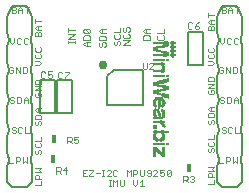
<source format=gto>
G75*
%MOIN*%
%OFA0B0*%
%FSLAX24Y24*%
%IPPOS*%
%LPD*%
%AMOC8*
5,1,8,0,0,1.08239X$1,22.5*
%
%ADD10C,0.0040*%
%ADD11C,0.0020*%
%ADD12C,0.0080*%
%ADD13R,0.0007X0.0042*%
%ADD14R,0.0007X0.0035*%
%ADD15R,0.0007X0.0028*%
%ADD16R,0.0007X0.0099*%
%ADD17R,0.0007X0.0106*%
%ADD18R,0.0007X0.0092*%
%ADD19R,0.0007X0.0120*%
%ADD20R,0.0007X0.0113*%
%ADD21R,0.0007X0.0085*%
%ADD22R,0.0007X0.0333*%
%ADD23R,0.0007X0.0099*%
%ADD24R,0.0007X0.0106*%
%ADD25R,0.0007X0.0092*%
%ADD26R,0.0007X0.0163*%
%ADD27R,0.0007X0.0149*%
%ADD28R,0.0007X0.0092*%
%ADD29R,0.0007X0.0127*%
%ADD30R,0.0007X0.0333*%
%ADD31R,0.0007X0.0099*%
%ADD32R,0.0007X0.0106*%
%ADD33R,0.0007X0.0092*%
%ADD34R,0.0007X0.0113*%
%ADD35R,0.0007X0.0191*%
%ADD36R,0.0007X0.0177*%
%ADD37R,0.0007X0.0092*%
%ADD38R,0.0007X0.0149*%
%ADD39R,0.0007X0.0333*%
%ADD40R,0.0007X0.0120*%
%ADD41R,0.0007X0.0212*%
%ADD42R,0.0007X0.0191*%
%ADD43R,0.0007X0.0092*%
%ADD44R,0.0007X0.0177*%
%ADD45R,0.0007X0.0120*%
%ADD46R,0.0007X0.0234*%
%ADD47R,0.0007X0.0205*%
%ADD48R,0.0007X0.0099*%
%ADD49R,0.0007X0.0120*%
%ADD50R,0.0007X0.0092*%
%ADD51R,0.0007X0.0113*%
%ADD52R,0.0007X0.0120*%
%ADD53R,0.0007X0.0255*%
%ADD54R,0.0007X0.0220*%
%ADD55R,0.0007X0.0092*%
%ADD56R,0.0007X0.0106*%
%ADD57R,0.0007X0.0198*%
%ADD58R,0.0007X0.0333*%
%ADD59R,0.0007X0.0135*%
%ADD60R,0.0007X0.0127*%
%ADD61R,0.0007X0.0269*%
%ADD62R,0.0007X0.0326*%
%ADD63R,0.0007X0.0212*%
%ADD64R,0.0007X0.0135*%
%ADD65R,0.0007X0.0127*%
%ADD66R,0.0007X0.0127*%
%ADD67R,0.0007X0.0283*%
%ADD68R,0.0007X0.0333*%
%ADD69R,0.0007X0.0227*%
%ADD70R,0.0007X0.0135*%
%ADD71R,0.0007X0.0127*%
%ADD72R,0.0007X0.0290*%
%ADD73R,0.0007X0.0333*%
%ADD74R,0.0007X0.0135*%
%ADD75R,0.0007X0.0297*%
%ADD76R,0.0007X0.0340*%
%ADD77R,0.0007X0.0149*%
%ADD78R,0.0007X0.0135*%
%ADD79R,0.0007X0.0142*%
%ADD80R,0.0007X0.0312*%
%ADD81R,0.0007X0.0156*%
%ADD82R,0.0007X0.0340*%
%ADD83R,0.0007X0.0142*%
%ADD84R,0.0007X0.0120*%
%ADD85R,0.0007X0.0142*%
%ADD86R,0.0007X0.0326*%
%ADD87R,0.0007X0.0149*%
%ADD88R,0.0007X0.0142*%
%ADD89R,0.0007X0.0106*%
%ADD90R,0.0007X0.0127*%
%ADD91R,0.0007X0.0135*%
%ADD92R,0.0007X0.0113*%
%ADD93R,0.0007X0.0163*%
%ADD94R,0.0007X0.0163*%
%ADD95R,0.0007X0.0156*%
%ADD96R,0.0007X0.0113*%
%ADD97R,0.0007X0.0120*%
%ADD98R,0.0007X0.0163*%
%ADD99R,0.0007X0.0163*%
%ADD100R,0.0007X0.0085*%
%ADD101R,0.0007X0.0170*%
%ADD102R,0.0007X0.0177*%
%ADD103R,0.0007X0.0085*%
%ADD104R,0.0007X0.0078*%
%ADD105R,0.0007X0.0177*%
%ADD106R,0.0007X0.0106*%
%ADD107R,0.0007X0.0113*%
%ADD108R,0.0007X0.0085*%
%ADD109R,0.0007X0.0177*%
%ADD110R,0.0007X0.0085*%
%ADD111R,0.0007X0.0177*%
%ADD112R,0.0007X0.0177*%
%ADD113R,0.0007X0.0099*%
%ADD114R,0.0007X0.0184*%
%ADD115R,0.0007X0.0099*%
%ADD116R,0.0007X0.0368*%
%ADD117R,0.0007X0.0191*%
%ADD118R,0.0007X0.0368*%
%ADD119R,0.0007X0.0163*%
%ADD120R,0.0007X0.0184*%
%ADD121R,0.0007X0.0368*%
%ADD122R,0.0007X0.0290*%
%ADD123R,0.0007X0.0113*%
%ADD124R,0.0007X0.0085*%
%ADD125R,0.0007X0.0368*%
%ADD126R,0.0007X0.0276*%
%ADD127R,0.0007X0.0361*%
%ADD128R,0.0007X0.0255*%
%ADD129R,0.0007X0.0085*%
%ADD130R,0.0007X0.0361*%
%ADD131R,0.0007X0.0220*%
%ADD132R,0.0007X0.0361*%
%ADD133R,0.0007X0.0099*%
%ADD134R,0.0007X0.0106*%
%ADD135R,0.0007X0.0106*%
%ADD136R,0.0007X0.0120*%
%ADD137R,0.0007X0.0219*%
%ADD138R,0.0007X0.0142*%
%ADD139R,0.0007X0.0219*%
%ADD140R,0.0007X0.0312*%
%ADD141R,0.0007X0.0219*%
%ADD142R,0.0007X0.0347*%
%ADD143R,0.0007X0.0312*%
%ADD144R,0.0007X0.0304*%
%ADD145R,0.0007X0.0340*%
%ADD146R,0.0007X0.0312*%
%ADD147R,0.0007X0.0234*%
%ADD148R,0.0007X0.0297*%
%ADD149R,0.0007X0.0219*%
%ADD150R,0.0007X0.0312*%
%ADD151R,0.0007X0.0227*%
%ADD152R,0.0007X0.0283*%
%ADD153R,0.0007X0.0290*%
%ADD154R,0.0007X0.0269*%
%ADD155R,0.0007X0.0205*%
%ADD156R,0.0007X0.0184*%
%ADD157R,0.0007X0.0255*%
%ADD158R,0.0007X0.0198*%
%ADD159R,0.0007X0.0191*%
%ADD160R,0.0007X0.0184*%
%ADD161R,0.0007X0.0241*%
%ADD162R,0.0007X0.0255*%
%ADD163R,0.0007X0.0191*%
%ADD164R,0.0007X0.0198*%
%ADD165R,0.0007X0.0184*%
%ADD166R,0.0007X0.0234*%
%ADD167R,0.0007X0.0212*%
%ADD168R,0.0007X0.0184*%
%ADD169R,0.0007X0.0170*%
%ADD170R,0.0007X0.0170*%
%ADD171R,0.0007X0.0156*%
%ADD172R,0.0007X0.0035*%
%ADD173R,0.0007X0.0170*%
%ADD174R,0.0007X0.0042*%
%ADD175R,0.0007X0.0064*%
%ADD176R,0.0007X0.0028*%
%ADD177R,0.0007X0.0035*%
%ADD178R,0.0007X0.0156*%
%ADD179R,0.0007X0.0177*%
%ADD180R,0.0007X0.0170*%
%ADD181R,0.0007X0.0028*%
%ADD182R,0.0007X0.0028*%
%ADD183R,0.0007X0.0057*%
%ADD184R,0.0007X0.0057*%
%ADD185R,0.0007X0.0042*%
%ADD186R,0.0007X0.0043*%
%ADD187R,0.0007X0.0050*%
%ADD188R,0.0007X0.0050*%
%ADD189R,0.0007X0.0043*%
%ADD190R,0.0007X0.0043*%
%ADD191R,0.0007X0.0035*%
%ADD192R,0.0007X0.0035*%
%ADD193R,0.0007X0.0078*%
%ADD194R,0.0007X0.0064*%
%ADD195C,0.0050*%
%ADD196C,0.0300*%
%ADD197C,0.0030*%
%ADD198R,0.0160X0.0280*%
D10*
X002242Y001693D02*
X002442Y001693D01*
X002442Y001827D01*
X002442Y001914D02*
X002242Y001914D01*
X002242Y002014D01*
X002276Y002048D01*
X002342Y002048D01*
X002376Y002014D01*
X002376Y001914D01*
X002442Y002135D02*
X002242Y002135D01*
X002376Y002202D02*
X002442Y002269D01*
X002242Y002269D01*
X002376Y002202D02*
X002442Y002135D01*
X001955Y002441D02*
X001955Y002642D01*
X001822Y002642D02*
X001822Y002441D01*
X001889Y002508D01*
X001955Y002441D01*
X001734Y002542D02*
X001701Y002508D01*
X001601Y002508D01*
X001601Y002441D02*
X001601Y002642D01*
X001701Y002642D01*
X001734Y002608D01*
X001734Y002542D01*
X001513Y002441D02*
X001380Y002441D01*
X001380Y002642D01*
X001492Y003426D02*
X001459Y003459D01*
X001492Y003426D02*
X001559Y003426D01*
X001592Y003459D01*
X001592Y003492D01*
X001559Y003526D01*
X001492Y003526D01*
X001459Y003559D01*
X001459Y003592D01*
X001492Y003626D01*
X001559Y003626D01*
X001592Y003592D01*
X001680Y003592D02*
X001680Y003459D01*
X001713Y003426D01*
X001780Y003426D01*
X001813Y003459D01*
X001901Y003426D02*
X002034Y003426D01*
X001901Y003426D02*
X001901Y003626D01*
X001813Y003592D02*
X001780Y003626D01*
X001713Y003626D01*
X001680Y003592D01*
X002242Y003735D02*
X002276Y003701D01*
X002309Y003701D01*
X002342Y003735D01*
X002342Y003801D01*
X002376Y003835D01*
X002409Y003835D01*
X002442Y003801D01*
X002442Y003735D01*
X002409Y003701D01*
X002242Y003735D02*
X002242Y003801D01*
X002276Y003835D01*
X002242Y003922D02*
X002242Y004022D01*
X002276Y004056D01*
X002409Y004056D01*
X002442Y004022D01*
X002442Y003922D01*
X002242Y003922D01*
X002309Y004143D02*
X002242Y004210D01*
X002309Y004277D01*
X002442Y004277D01*
X002342Y004277D02*
X002342Y004143D01*
X002309Y004143D02*
X002442Y004143D01*
X001995Y004449D02*
X001995Y004583D01*
X001928Y004649D01*
X001861Y004583D01*
X001861Y004449D01*
X001774Y004483D02*
X001774Y004616D01*
X001740Y004649D01*
X001640Y004649D01*
X001640Y004449D01*
X001740Y004449D01*
X001774Y004483D01*
X001861Y004549D02*
X001995Y004549D01*
X002242Y004680D02*
X002276Y004646D01*
X002409Y004646D01*
X002442Y004680D01*
X002442Y004746D01*
X002409Y004780D01*
X002342Y004780D01*
X002342Y004713D01*
X002342Y004780D01*
X002409Y004780D01*
X002442Y004746D01*
X002442Y004680D01*
X002409Y004646D01*
X002276Y004646D01*
X002242Y004680D01*
X002242Y004746D01*
X002276Y004780D01*
X002242Y004746D01*
X002242Y004680D01*
X002242Y004867D02*
X002442Y005001D01*
X002242Y005001D01*
X002442Y005001D01*
X002242Y004867D01*
X002442Y004867D01*
X002242Y004867D01*
X002242Y005088D02*
X002242Y005188D01*
X002276Y005222D01*
X002409Y005222D01*
X002442Y005188D01*
X002442Y005088D01*
X002242Y005088D01*
X002242Y005188D01*
X002276Y005222D01*
X002409Y005222D01*
X002442Y005188D01*
X002442Y005088D01*
X002242Y005088D01*
X001922Y005434D02*
X001955Y005467D01*
X001955Y005600D01*
X001922Y005634D01*
X001822Y005634D01*
X001822Y005434D01*
X001922Y005434D01*
X001734Y005434D02*
X001734Y005634D01*
X001601Y005634D02*
X001734Y005434D01*
X001601Y005434D02*
X001601Y005634D01*
X001513Y005600D02*
X001480Y005634D01*
X001413Y005634D01*
X001380Y005600D01*
X001380Y005467D01*
X001413Y005434D01*
X001480Y005434D01*
X001513Y005467D01*
X001513Y005534D01*
X001447Y005534D01*
X002246Y005715D02*
X002379Y005715D01*
X002446Y005782D01*
X002379Y005849D01*
X002246Y005849D01*
X002279Y005936D02*
X002413Y005936D01*
X002446Y005970D01*
X002446Y006037D01*
X002413Y006070D01*
X002413Y006157D02*
X002279Y006157D01*
X002246Y006191D01*
X002246Y006258D01*
X002279Y006291D01*
X002413Y006291D02*
X002446Y006258D01*
X002446Y006191D01*
X002413Y006157D01*
X002279Y006070D02*
X002246Y006037D01*
X002246Y005970D01*
X002279Y005936D01*
X001961Y006418D02*
X001895Y006418D01*
X001861Y006451D01*
X001861Y006585D01*
X001895Y006618D01*
X001961Y006618D01*
X001995Y006585D01*
X001995Y006451D02*
X001961Y006418D01*
X001774Y006451D02*
X001740Y006418D01*
X001674Y006418D01*
X001640Y006451D01*
X001640Y006585D01*
X001674Y006618D01*
X001740Y006618D01*
X001774Y006585D01*
X001553Y006618D02*
X001553Y006485D01*
X001486Y006418D01*
X001419Y006485D01*
X001419Y006618D01*
X002230Y006662D02*
X002230Y006762D01*
X002264Y006796D01*
X002297Y006796D01*
X002330Y006762D01*
X002330Y006662D01*
X002430Y006662D02*
X002230Y006662D01*
X002330Y006762D02*
X002364Y006796D01*
X002397Y006796D01*
X002430Y006762D01*
X002430Y006662D01*
X002430Y006883D02*
X002297Y006883D01*
X002230Y006950D01*
X002297Y007017D01*
X002430Y007017D01*
X002330Y007017D02*
X002330Y006883D01*
X002230Y007104D02*
X002230Y007238D01*
X002230Y007171D02*
X002430Y007171D01*
X001967Y007441D02*
X001967Y007642D01*
X001901Y007642D02*
X002034Y007642D01*
X001813Y007575D02*
X001813Y007441D01*
X001813Y007542D02*
X001680Y007542D01*
X001680Y007575D02*
X001746Y007642D01*
X001813Y007575D01*
X001680Y007575D02*
X001680Y007441D01*
X001592Y007475D02*
X001592Y007508D01*
X001559Y007542D01*
X001459Y007542D01*
X001459Y007642D02*
X001459Y007441D01*
X001559Y007441D01*
X001592Y007475D01*
X001559Y007542D02*
X001592Y007575D01*
X001592Y007608D01*
X001559Y007642D01*
X001459Y007642D01*
X001453Y004649D02*
X001419Y004616D01*
X001419Y004583D01*
X001453Y004549D01*
X001519Y004549D01*
X001553Y004516D01*
X001553Y004483D01*
X001519Y004449D01*
X001453Y004449D01*
X001419Y004483D01*
X001453Y004649D02*
X001519Y004649D01*
X001553Y004616D01*
X002434Y003316D02*
X002434Y003183D01*
X002234Y003183D01*
X002268Y003095D02*
X002234Y003062D01*
X002234Y002995D01*
X002268Y002962D01*
X002401Y002962D01*
X002434Y002995D01*
X002434Y003062D01*
X002401Y003095D01*
X002401Y002874D02*
X002434Y002841D01*
X002434Y002774D01*
X002401Y002741D01*
X002334Y002774D02*
X002334Y002841D01*
X002368Y002874D01*
X002401Y002874D01*
X002334Y002774D02*
X002301Y002741D01*
X002268Y002741D01*
X002234Y002774D01*
X002234Y002841D01*
X002268Y002874D01*
X003822Y002223D02*
X003822Y002023D01*
X003956Y002023D01*
X004043Y002023D02*
X004177Y002023D01*
X004264Y002123D02*
X004398Y002123D01*
X004485Y002223D02*
X004552Y002223D01*
X004519Y002223D02*
X004519Y002023D01*
X004552Y002023D02*
X004485Y002023D01*
X004633Y002023D02*
X004766Y002156D01*
X004766Y002189D01*
X004733Y002223D01*
X004666Y002223D01*
X004633Y002189D01*
X004633Y002023D02*
X004766Y002023D01*
X004854Y002056D02*
X004887Y002023D01*
X004954Y002023D01*
X004987Y002056D01*
X004854Y002056D02*
X004854Y002189D01*
X004887Y002223D01*
X004954Y002223D01*
X004987Y002189D01*
X005296Y002223D02*
X005296Y002023D01*
X005429Y002023D02*
X005429Y002223D01*
X005362Y002156D01*
X005296Y002223D01*
X005517Y002223D02*
X005517Y002023D01*
X005517Y002089D02*
X005617Y002089D01*
X005650Y002123D01*
X005650Y002189D01*
X005617Y002223D01*
X005517Y002223D01*
X005738Y002223D02*
X005738Y002056D01*
X005771Y002023D01*
X005838Y002023D01*
X005871Y002056D01*
X005871Y002223D01*
X005958Y002189D02*
X005958Y002156D01*
X005992Y002123D01*
X006092Y002123D01*
X006092Y002189D02*
X006059Y002223D01*
X005992Y002223D01*
X005958Y002189D01*
X006092Y002189D02*
X006092Y002056D01*
X006059Y002023D01*
X005992Y002023D01*
X005958Y002056D01*
X006179Y002023D02*
X006313Y002156D01*
X006313Y002189D01*
X006280Y002223D01*
X006213Y002223D01*
X006179Y002189D01*
X006179Y002023D02*
X006313Y002023D01*
X006400Y002056D02*
X006434Y002023D01*
X006501Y002023D01*
X006534Y002056D01*
X006534Y002123D01*
X006501Y002156D01*
X006467Y002156D01*
X006400Y002123D01*
X006400Y002223D01*
X006534Y002223D01*
X006621Y002189D02*
X006655Y002223D01*
X006722Y002223D01*
X006755Y002189D01*
X006621Y002056D01*
X006655Y002023D01*
X006722Y002023D01*
X006755Y002056D01*
X006755Y002189D01*
X006621Y002189D02*
X006621Y002056D01*
X005871Y001663D02*
X005738Y001663D01*
X005804Y001663D02*
X005804Y001863D01*
X005738Y001796D01*
X005650Y001729D02*
X005650Y001863D01*
X005650Y001729D02*
X005583Y001663D01*
X005517Y001729D01*
X005517Y001863D01*
X005208Y001863D02*
X005208Y001696D01*
X005175Y001663D01*
X005108Y001663D01*
X005075Y001696D01*
X005075Y001863D01*
X004987Y001863D02*
X004987Y001663D01*
X004854Y001663D02*
X004854Y001863D01*
X004920Y001796D01*
X004987Y001863D01*
X004773Y001863D02*
X004706Y001863D01*
X004740Y001863D02*
X004740Y001663D01*
X004773Y001663D02*
X004706Y001663D01*
X004177Y002189D02*
X004043Y002056D01*
X004043Y002023D01*
X003889Y002123D02*
X003822Y002123D01*
X003822Y002223D02*
X003956Y002223D01*
X004043Y002223D02*
X004177Y002223D01*
X004177Y002189D01*
X008018Y002179D02*
X008218Y002179D01*
X008151Y002245D01*
X008218Y002312D01*
X008018Y002312D01*
X008051Y002091D02*
X008118Y002091D01*
X008151Y002058D01*
X008151Y001958D01*
X008218Y001958D02*
X008018Y001958D01*
X008018Y002058D01*
X008051Y002091D01*
X008218Y001870D02*
X008218Y001737D01*
X008018Y001737D01*
X008380Y002441D02*
X008513Y002441D01*
X008601Y002441D02*
X008601Y002642D01*
X008701Y002642D01*
X008734Y002608D01*
X008734Y002542D01*
X008701Y002508D01*
X008601Y002508D01*
X008822Y002441D02*
X008822Y002642D01*
X008955Y002642D02*
X008955Y002441D01*
X008889Y002508D01*
X008822Y002441D01*
X008380Y002441D02*
X008380Y002642D01*
X008218Y002833D02*
X008185Y002800D01*
X008218Y002833D02*
X008218Y002900D01*
X008185Y002933D01*
X008151Y002933D01*
X008118Y002900D01*
X008118Y002833D01*
X008085Y002800D01*
X008051Y002800D01*
X008018Y002833D01*
X008018Y002900D01*
X008051Y002933D01*
X008051Y003021D02*
X008185Y003021D01*
X008218Y003054D01*
X008218Y003121D01*
X008185Y003154D01*
X008218Y003242D02*
X008018Y003242D01*
X008051Y003154D02*
X008018Y003121D01*
X008018Y003054D01*
X008051Y003021D01*
X008218Y003242D02*
X008218Y003375D01*
X008459Y003459D02*
X008492Y003426D01*
X008559Y003426D01*
X008592Y003459D01*
X008592Y003492D01*
X008559Y003526D01*
X008492Y003526D01*
X008459Y003559D01*
X008459Y003592D01*
X008492Y003626D01*
X008559Y003626D01*
X008592Y003592D01*
X008680Y003592D02*
X008680Y003459D01*
X008713Y003426D01*
X008780Y003426D01*
X008813Y003459D01*
X008901Y003426D02*
X009034Y003426D01*
X008901Y003426D02*
X008901Y003626D01*
X008813Y003592D02*
X008780Y003626D01*
X008713Y003626D01*
X008680Y003592D01*
X008218Y003778D02*
X008185Y003745D01*
X008218Y003778D02*
X008218Y003845D01*
X008185Y003878D01*
X008151Y003878D01*
X008118Y003845D01*
X008118Y003778D01*
X008085Y003745D01*
X008051Y003745D01*
X008018Y003778D01*
X008018Y003845D01*
X008051Y003878D01*
X008018Y003966D02*
X008018Y004066D01*
X008051Y004099D01*
X008185Y004099D01*
X008218Y004066D01*
X008218Y003966D01*
X008018Y003966D01*
X008085Y004187D02*
X008018Y004253D01*
X008085Y004320D01*
X008218Y004320D01*
X008118Y004320D02*
X008118Y004187D01*
X008085Y004187D02*
X008218Y004187D01*
X008453Y004449D02*
X008419Y004483D01*
X008453Y004449D02*
X008519Y004449D01*
X008553Y004483D01*
X008553Y004516D01*
X008519Y004549D01*
X008453Y004549D01*
X008419Y004583D01*
X008419Y004616D01*
X008453Y004649D01*
X008519Y004649D01*
X008553Y004616D01*
X008640Y004649D02*
X008740Y004649D01*
X008774Y004616D01*
X008774Y004483D01*
X008740Y004449D01*
X008640Y004449D01*
X008640Y004649D01*
X008861Y004583D02*
X008861Y004449D01*
X008861Y004549D02*
X008995Y004549D01*
X008995Y004583D02*
X008995Y004449D01*
X008995Y004583D02*
X008928Y004649D01*
X008861Y004583D01*
X008218Y004762D02*
X008218Y004829D01*
X008185Y004862D01*
X008118Y004862D01*
X008118Y004796D01*
X008051Y004862D02*
X008018Y004829D01*
X008018Y004762D01*
X008051Y004729D01*
X008185Y004729D01*
X008218Y004762D01*
X008218Y004950D02*
X008018Y004950D01*
X008218Y005083D01*
X008018Y005083D01*
X008018Y005171D02*
X008018Y005271D01*
X008051Y005304D01*
X008185Y005304D01*
X008218Y005271D01*
X008218Y005171D01*
X008018Y005171D01*
X008380Y005467D02*
X008413Y005434D01*
X008480Y005434D01*
X008513Y005467D01*
X008513Y005534D01*
X008447Y005534D01*
X008513Y005600D02*
X008480Y005634D01*
X008413Y005634D01*
X008380Y005600D01*
X008380Y005467D01*
X008601Y005434D02*
X008601Y005634D01*
X008734Y005434D01*
X008734Y005634D01*
X008822Y005634D02*
X008922Y005634D01*
X008955Y005600D01*
X008955Y005467D01*
X008922Y005434D01*
X008822Y005434D01*
X008822Y005634D01*
X008218Y005780D02*
X008151Y005847D01*
X008018Y005847D01*
X008051Y005934D02*
X008185Y005934D01*
X008218Y005967D01*
X008218Y006034D01*
X008185Y006068D01*
X008185Y006155D02*
X008051Y006155D01*
X008018Y006188D01*
X008018Y006255D01*
X008051Y006288D01*
X008185Y006288D02*
X008218Y006255D01*
X008218Y006188D01*
X008185Y006155D01*
X008051Y006068D02*
X008018Y006034D01*
X008018Y005967D01*
X008051Y005934D01*
X008218Y005780D02*
X008151Y005713D01*
X008018Y005713D01*
X008486Y006418D02*
X008553Y006485D01*
X008553Y006618D01*
X008640Y006585D02*
X008640Y006451D01*
X008674Y006418D01*
X008740Y006418D01*
X008774Y006451D01*
X008861Y006451D02*
X008895Y006418D01*
X008961Y006418D01*
X008995Y006451D01*
X008861Y006451D02*
X008861Y006585D01*
X008895Y006618D01*
X008961Y006618D01*
X008995Y006585D01*
X008774Y006585D02*
X008740Y006618D01*
X008674Y006618D01*
X008640Y006585D01*
X008419Y006618D02*
X008419Y006485D01*
X008486Y006418D01*
X008194Y006863D02*
X007994Y006863D01*
X007994Y006963D01*
X008028Y006996D01*
X008061Y006996D01*
X008094Y006963D01*
X008094Y006863D01*
X008094Y006963D02*
X008128Y006996D01*
X008161Y006996D01*
X008194Y006963D01*
X008194Y006863D01*
X008194Y007084D02*
X008061Y007084D01*
X007994Y007150D01*
X008061Y007217D01*
X008194Y007217D01*
X008094Y007217D02*
X008094Y007084D01*
X007994Y007305D02*
X007994Y007438D01*
X007994Y007371D02*
X008194Y007371D01*
X008459Y007441D02*
X008559Y007441D01*
X008592Y007475D01*
X008592Y007508D01*
X008559Y007542D01*
X008459Y007542D01*
X008459Y007642D02*
X008459Y007441D01*
X008559Y007542D02*
X008592Y007575D01*
X008592Y007608D01*
X008559Y007642D01*
X008459Y007642D01*
X008680Y007575D02*
X008680Y007441D01*
X008680Y007542D02*
X008813Y007542D01*
X008813Y007575D02*
X008813Y007441D01*
X008813Y007575D02*
X008746Y007642D01*
X008680Y007575D01*
X008901Y007642D02*
X009034Y007642D01*
X008967Y007642D02*
X008967Y007441D01*
D11*
X006530Y006920D02*
X006530Y006773D01*
X006310Y006773D01*
X006347Y006699D02*
X006310Y006662D01*
X006310Y006588D01*
X006347Y006552D01*
X006494Y006552D01*
X006530Y006588D01*
X006530Y006662D01*
X006494Y006699D01*
X006059Y006657D02*
X006059Y006547D01*
X005839Y006547D01*
X005839Y006657D01*
X005876Y006693D01*
X006023Y006693D01*
X006059Y006657D01*
X006059Y006768D02*
X005913Y006768D01*
X005839Y006841D01*
X005913Y006914D01*
X006059Y006914D01*
X005949Y006914D02*
X005949Y006768D01*
X005388Y006709D02*
X005388Y006636D01*
X005351Y006599D01*
X005205Y006599D01*
X005168Y006636D01*
X005168Y006709D01*
X005205Y006746D01*
X005205Y006820D02*
X005241Y006820D01*
X005278Y006857D01*
X005278Y006930D01*
X005315Y006967D01*
X005351Y006967D01*
X005388Y006930D01*
X005388Y006857D01*
X005351Y006820D01*
X005351Y006746D02*
X005388Y006709D01*
X005388Y006525D02*
X005168Y006525D01*
X005081Y006477D02*
X005081Y006404D01*
X005044Y006367D01*
X004971Y006404D02*
X004971Y006477D01*
X005008Y006514D01*
X005044Y006514D01*
X005081Y006477D01*
X005044Y006588D02*
X004898Y006588D01*
X004861Y006625D01*
X004861Y006698D01*
X004898Y006735D01*
X004861Y006809D02*
X005081Y006809D01*
X005081Y006956D01*
X005168Y006930D02*
X005168Y006857D01*
X005205Y006820D01*
X005168Y006930D02*
X005205Y006967D01*
X005044Y006735D02*
X005081Y006698D01*
X005081Y006625D01*
X005044Y006588D01*
X004898Y006514D02*
X004861Y006477D01*
X004861Y006404D01*
X004898Y006367D01*
X004934Y006367D01*
X004971Y006404D01*
X005168Y006378D02*
X005388Y006525D01*
X005388Y006378D02*
X005168Y006378D01*
X004589Y006356D02*
X004553Y006320D01*
X004589Y006356D02*
X004589Y006430D01*
X004553Y006466D01*
X004516Y006466D01*
X004479Y006430D01*
X004479Y006356D01*
X004443Y006320D01*
X004406Y006320D01*
X004369Y006356D01*
X004369Y006430D01*
X004406Y006466D01*
X004369Y006541D02*
X004369Y006651D01*
X004406Y006687D01*
X004553Y006687D01*
X004589Y006651D01*
X004589Y006541D01*
X004369Y006541D01*
X004443Y006762D02*
X004369Y006835D01*
X004443Y006908D01*
X004589Y006908D01*
X004479Y006908D02*
X004479Y006762D01*
X004443Y006762D02*
X004589Y006762D01*
X004071Y006804D02*
X004034Y006767D01*
X003888Y006914D01*
X004034Y006914D01*
X004071Y006877D01*
X004071Y006804D01*
X004034Y006767D02*
X003888Y006767D01*
X003851Y006804D01*
X003851Y006877D01*
X003888Y006914D01*
X003888Y006693D02*
X003851Y006656D01*
X003851Y006546D01*
X004071Y006546D01*
X004071Y006656D01*
X004034Y006693D01*
X003888Y006693D01*
X003924Y006472D02*
X004071Y006472D01*
X003961Y006472D02*
X003961Y006325D01*
X003924Y006325D02*
X003851Y006399D01*
X003924Y006472D01*
X003924Y006325D02*
X004071Y006325D01*
X003569Y006441D02*
X003569Y006514D01*
X003569Y006478D02*
X003349Y006478D01*
X003349Y006514D02*
X003349Y006441D01*
X003349Y006588D02*
X003569Y006735D01*
X003349Y006735D01*
X003349Y006809D02*
X003349Y006956D01*
X003349Y006883D02*
X003569Y006883D01*
X003569Y006588D02*
X003349Y006588D01*
X003314Y003320D02*
X003424Y003320D01*
X003461Y003284D01*
X003461Y003210D01*
X003424Y003174D01*
X003314Y003174D01*
X003387Y003174D02*
X003461Y003100D01*
X003535Y003137D02*
X003572Y003100D01*
X003645Y003100D01*
X003682Y003137D01*
X003682Y003210D01*
X003645Y003247D01*
X003608Y003247D01*
X003535Y003210D01*
X003535Y003320D01*
X003682Y003320D01*
X003314Y003320D02*
X003314Y003100D01*
X003283Y002309D02*
X003173Y002199D01*
X003320Y002199D01*
X003283Y002089D02*
X003283Y002309D01*
X003099Y002272D02*
X003099Y002199D01*
X003062Y002162D01*
X002952Y002162D01*
X003025Y002162D02*
X003099Y002089D01*
X002952Y002089D02*
X002952Y002309D01*
X003062Y002309D01*
X003099Y002272D01*
X007175Y002015D02*
X007175Y001795D01*
X007175Y001868D02*
X007285Y001868D01*
X007321Y001905D01*
X007321Y001979D01*
X007285Y002015D01*
X007175Y002015D01*
X007248Y001868D02*
X007321Y001795D01*
X007396Y001832D02*
X007432Y001795D01*
X007506Y001795D01*
X007542Y001832D01*
X007542Y001868D01*
X007506Y001905D01*
X007469Y001905D01*
X007506Y001905D02*
X007542Y001942D01*
X007542Y001979D01*
X007506Y002015D01*
X007432Y002015D01*
X007396Y001979D01*
D12*
X001480Y001634D02*
X001309Y001805D01*
X001309Y002305D01*
X001362Y002555D01*
X001309Y002805D01*
X001309Y003305D01*
X001362Y003555D01*
X001309Y003805D01*
X001309Y004305D01*
X001362Y004555D01*
X001309Y004805D01*
X001309Y005305D01*
X001362Y005555D01*
X001309Y005805D01*
X001309Y006305D01*
X001362Y006555D01*
X001309Y006805D01*
X001309Y007305D01*
X001480Y007673D01*
X001980Y007673D01*
X002151Y007305D01*
X002151Y006805D01*
X002098Y006555D01*
X002151Y006305D01*
X002151Y005805D01*
X002098Y005555D01*
X002151Y005305D01*
X002151Y004805D01*
X002098Y004555D01*
X002151Y004305D01*
X002151Y003805D01*
X002098Y003555D01*
X002151Y003305D01*
X002151Y002805D01*
X002098Y002555D01*
X002151Y002305D01*
X002151Y001805D01*
X001980Y001634D01*
X001480Y001634D01*
X008309Y001805D02*
X008480Y001634D01*
X008980Y001634D01*
X009151Y001805D01*
X009151Y002305D01*
X009098Y002555D01*
X009151Y002805D01*
X009151Y003305D01*
X009098Y003555D01*
X009151Y003805D01*
X009151Y004305D01*
X009098Y004555D01*
X009151Y004805D01*
X009151Y005305D01*
X009098Y005555D01*
X009151Y005805D01*
X009151Y006305D01*
X009098Y006555D01*
X009151Y006805D01*
X009151Y007305D01*
X008980Y007673D01*
X008480Y007673D01*
X008309Y007305D01*
X008309Y006805D01*
X008362Y006555D01*
X008309Y006305D01*
X008309Y005805D01*
X008362Y005555D01*
X008309Y005305D01*
X008309Y004805D01*
X008362Y004555D01*
X008309Y004305D01*
X008309Y003805D01*
X008362Y003555D01*
X008309Y003305D01*
X008309Y002805D01*
X008362Y002555D01*
X008309Y002305D01*
X008309Y001805D01*
D13*
X006188Y004450D03*
X006839Y005987D03*
X006882Y006001D03*
X006839Y006072D03*
X006832Y006072D03*
X006839Y006121D03*
X006882Y006136D03*
X006839Y006206D03*
X006832Y006206D03*
X006839Y006256D03*
X006882Y006270D03*
X006783Y006298D03*
X006783Y006433D03*
X006832Y006475D03*
X006839Y006475D03*
X006882Y006405D03*
X006783Y006164D03*
X006783Y006029D03*
D14*
X006931Y006436D03*
X006188Y004121D03*
D15*
X006592Y003650D03*
X006188Y003324D03*
D16*
X006195Y003324D03*
X006344Y003211D03*
X006358Y003211D03*
X006393Y003211D03*
X006407Y003211D03*
X006457Y003218D03*
X006457Y003069D03*
X006443Y003069D03*
X006407Y003069D03*
X006393Y003069D03*
X006358Y003069D03*
X006344Y003069D03*
X006308Y003069D03*
X006294Y003069D03*
X006266Y003069D03*
X006245Y003069D03*
X006216Y003069D03*
X006195Y003069D03*
X006485Y003069D03*
X006507Y003069D03*
X006535Y003069D03*
X006556Y003069D03*
X006634Y003069D03*
X006662Y003069D03*
X006684Y003069D03*
X006712Y003069D03*
X006443Y003480D03*
X006407Y003806D03*
X006393Y003806D03*
X006358Y003806D03*
X006344Y003806D03*
X006308Y003806D03*
X006294Y003806D03*
X006266Y003806D03*
X006245Y003806D03*
X006216Y003806D03*
X006195Y003806D03*
X006344Y003955D03*
X006358Y003955D03*
X006457Y003955D03*
X006485Y003955D03*
X006485Y004181D03*
X006344Y004188D03*
X006308Y004330D03*
X006294Y004337D03*
X006443Y004330D03*
X006485Y004344D03*
X006457Y004585D03*
X006443Y004585D03*
X006308Y004578D03*
X006393Y004741D03*
X006407Y004734D03*
X006443Y004726D03*
X006457Y004719D03*
X006485Y004712D03*
X006443Y004861D03*
X006507Y004875D03*
X006393Y005123D03*
X006195Y005066D03*
X006195Y004797D03*
X006195Y005491D03*
X006216Y005491D03*
X006245Y005491D03*
X006266Y005491D03*
X006294Y005491D03*
X006308Y005491D03*
X006344Y005491D03*
X006358Y005491D03*
X006393Y005491D03*
X006407Y005491D03*
X006443Y005491D03*
X006457Y005491D03*
X006457Y005739D03*
X006443Y005739D03*
X006443Y005888D03*
X006457Y005888D03*
X006485Y005888D03*
X006507Y005888D03*
X006535Y005888D03*
X006556Y005888D03*
X006634Y005888D03*
X006662Y005888D03*
X006684Y005888D03*
X006712Y005888D03*
X006535Y006036D03*
X006507Y006036D03*
X006485Y006036D03*
X006457Y006036D03*
X006443Y006036D03*
X006407Y006036D03*
X006393Y006036D03*
X006358Y006036D03*
X006344Y006036D03*
X006308Y006036D03*
X006294Y006036D03*
X006266Y006036D03*
X006245Y006036D03*
X006216Y006036D03*
X006195Y006036D03*
X006195Y005888D03*
X006216Y005888D03*
X006245Y005888D03*
X006266Y005888D03*
X006294Y005888D03*
X006308Y005888D03*
X006344Y005888D03*
X006358Y005888D03*
X006393Y005888D03*
X006407Y005888D03*
X006407Y006440D03*
X006393Y006440D03*
X006358Y006440D03*
X006344Y006440D03*
X006308Y006440D03*
X006294Y006440D03*
X006266Y006440D03*
X006245Y006440D03*
X006216Y006440D03*
X006195Y006440D03*
X006443Y006440D03*
X006457Y006440D03*
X006485Y006440D03*
X006507Y006440D03*
X006535Y006440D03*
D17*
X006195Y006238D03*
X006485Y005502D03*
X006556Y005169D03*
X006535Y005162D03*
X006507Y005155D03*
X006485Y005148D03*
X006457Y005141D03*
X006407Y005126D03*
X006584Y005176D03*
X006507Y004709D03*
X006535Y004702D03*
X006556Y004695D03*
X006634Y004673D03*
X006662Y004666D03*
X006684Y004659D03*
X006712Y004652D03*
X006485Y004574D03*
X006294Y004574D03*
X006308Y003958D03*
X006443Y003958D03*
X006556Y003689D03*
X006457Y003477D03*
X006308Y003477D03*
X006294Y003625D03*
X006266Y003625D03*
X006245Y003625D03*
X006216Y003625D03*
X006195Y003625D03*
X006308Y003222D03*
D18*
X006344Y003484D03*
X006358Y003484D03*
X006393Y003484D03*
X006407Y003484D03*
X006535Y003484D03*
X006556Y003484D03*
X006584Y003484D03*
X006634Y003484D03*
X006662Y003484D03*
X006684Y003484D03*
X006712Y003484D03*
X006556Y003809D03*
X006535Y003809D03*
X006245Y003484D03*
X006216Y003484D03*
X006195Y003484D03*
X006457Y004192D03*
X006457Y004333D03*
X006344Y004588D03*
X006393Y004850D03*
X006407Y004850D03*
X006457Y004864D03*
X006485Y004872D03*
X006485Y004992D03*
X006457Y004999D03*
X006393Y005013D03*
X006393Y005346D03*
X006407Y005346D03*
X006443Y005346D03*
X006457Y005346D03*
X006485Y005346D03*
X006507Y005346D03*
X006535Y005346D03*
X006556Y005346D03*
X006634Y005346D03*
X006662Y005346D03*
X006684Y005346D03*
X006712Y005346D03*
X006358Y005346D03*
X006344Y005346D03*
X006308Y005346D03*
X006294Y005346D03*
X006266Y005346D03*
X006245Y005346D03*
X006216Y005346D03*
X006195Y005346D03*
X006195Y005743D03*
X006216Y005743D03*
X006245Y005743D03*
X006266Y005743D03*
X006294Y005743D03*
X006308Y005743D03*
X006344Y005743D03*
X006358Y005743D03*
X006393Y005743D03*
X006407Y005743D03*
X006535Y005743D03*
X006556Y005743D03*
X006811Y006033D03*
X006811Y006302D03*
X006811Y006436D03*
X006535Y006337D03*
X006507Y006330D03*
X006485Y006323D03*
X006407Y006302D03*
X006393Y006302D03*
X006344Y006288D03*
X006393Y006174D03*
X006507Y006146D03*
X006535Y006139D03*
D19*
X006507Y004553D03*
X006584Y004454D03*
X006195Y004454D03*
X006535Y003696D03*
X006485Y003470D03*
X006294Y003470D03*
X006443Y002769D03*
D20*
X006407Y002800D03*
X006344Y002857D03*
X006294Y002900D03*
X006294Y003232D03*
X006485Y003232D03*
X006294Y003962D03*
X006195Y004125D03*
X006266Y004188D03*
X006358Y004174D03*
X006507Y004167D03*
X006216Y004797D03*
X006216Y005066D03*
X006662Y005194D03*
X006684Y005201D03*
X006712Y005208D03*
X006485Y005732D03*
D21*
X006443Y006164D03*
X006407Y006171D03*
X006443Y006313D03*
X006195Y003948D03*
D22*
X006195Y002818D03*
X006216Y002818D03*
X006245Y002818D03*
X006266Y002818D03*
D23*
X006252Y003069D03*
X006301Y003069D03*
X006351Y003069D03*
X006400Y003069D03*
X006450Y003069D03*
X006499Y003069D03*
X006549Y003069D03*
X006669Y003069D03*
X006719Y003069D03*
X006450Y003218D03*
X006400Y003211D03*
X006351Y003211D03*
X006202Y003069D03*
X006450Y003480D03*
X006400Y003806D03*
X006351Y003806D03*
X006301Y003806D03*
X006252Y003806D03*
X006202Y003806D03*
X006351Y003955D03*
X006450Y003955D03*
X006499Y004174D03*
X006450Y004330D03*
X006301Y004337D03*
X006301Y004578D03*
X006450Y004585D03*
X006499Y004712D03*
X006450Y004726D03*
X006549Y004698D03*
X006202Y004797D03*
X006202Y005066D03*
X006400Y005123D03*
X006450Y005137D03*
X006499Y005151D03*
X006450Y005491D03*
X006400Y005491D03*
X006351Y005491D03*
X006301Y005491D03*
X006252Y005491D03*
X006202Y005491D03*
X006450Y005739D03*
X006450Y005888D03*
X006499Y005888D03*
X006549Y005888D03*
X006669Y005888D03*
X006719Y005888D03*
X006499Y006036D03*
X006450Y006036D03*
X006400Y006036D03*
X006351Y006036D03*
X006301Y006036D03*
X006252Y006036D03*
X006202Y006036D03*
X006202Y005888D03*
X006252Y005888D03*
X006301Y005888D03*
X006351Y005888D03*
X006400Y005888D03*
X006400Y006440D03*
X006351Y006440D03*
X006301Y006440D03*
X006252Y006440D03*
X006202Y006440D03*
X006450Y006440D03*
X006499Y006440D03*
D24*
X006202Y006238D03*
X006549Y005162D03*
X006669Y005197D03*
X006669Y004666D03*
X006499Y004355D03*
X006351Y004185D03*
X006301Y003958D03*
X006499Y003965D03*
X006252Y003625D03*
X006202Y003625D03*
X006301Y003229D03*
D25*
X006351Y003484D03*
X006400Y003484D03*
X006549Y003484D03*
X006669Y003484D03*
X006719Y003484D03*
X006549Y003809D03*
X006202Y003484D03*
X006400Y004850D03*
X006450Y004864D03*
X006499Y004872D03*
X006450Y004999D03*
X006450Y005346D03*
X006499Y005346D03*
X006549Y005346D03*
X006669Y005346D03*
X006719Y005346D03*
X006400Y005346D03*
X006351Y005346D03*
X006301Y005346D03*
X006252Y005346D03*
X006202Y005346D03*
X006202Y005743D03*
X006252Y005743D03*
X006301Y005743D03*
X006351Y005743D03*
X006400Y005743D03*
X006549Y005743D03*
X006499Y006146D03*
X006450Y006160D03*
X006400Y006302D03*
X006351Y006288D03*
X006499Y006330D03*
D26*
X006669Y006068D03*
X006202Y004454D03*
D27*
X006202Y004121D03*
D28*
X006301Y004199D03*
X006202Y003951D03*
X006400Y004737D03*
X006450Y006316D03*
D29*
X006669Y004932D03*
X006252Y004797D03*
X006202Y003324D03*
D30*
X006252Y003363D03*
X006252Y002818D03*
X006202Y002818D03*
D31*
X006209Y003069D03*
X006223Y003069D03*
X006237Y003069D03*
X006259Y003069D03*
X006273Y003069D03*
X006287Y003069D03*
X006315Y003069D03*
X006322Y003069D03*
X006337Y003069D03*
X006365Y003069D03*
X006379Y003069D03*
X006386Y003069D03*
X006414Y003069D03*
X006429Y003069D03*
X006436Y003069D03*
X006464Y003069D03*
X006478Y003069D03*
X006492Y003069D03*
X006514Y003069D03*
X006528Y003069D03*
X006542Y003069D03*
X006563Y003069D03*
X006577Y003069D03*
X006627Y003069D03*
X006641Y003069D03*
X006655Y003069D03*
X006676Y003069D03*
X006691Y003069D03*
X006705Y003069D03*
X006436Y003211D03*
X006429Y003211D03*
X006414Y003211D03*
X006386Y003211D03*
X006379Y003211D03*
X006365Y003211D03*
X006322Y003218D03*
X006322Y003480D03*
X006337Y003480D03*
X006436Y003480D03*
X006563Y003686D03*
X006436Y003806D03*
X006429Y003806D03*
X006414Y003806D03*
X006386Y003806D03*
X006379Y003806D03*
X006365Y003806D03*
X006337Y003806D03*
X006322Y003806D03*
X006315Y003806D03*
X006287Y003806D03*
X006273Y003806D03*
X006259Y003806D03*
X006237Y003806D03*
X006223Y003806D03*
X006209Y003806D03*
X006315Y003955D03*
X006322Y003955D03*
X006337Y003955D03*
X006365Y003955D03*
X006464Y003955D03*
X006478Y003955D03*
X006492Y003962D03*
X006492Y004181D03*
X006436Y004330D03*
X006322Y004195D03*
X006287Y004195D03*
X006315Y004585D03*
X006322Y004585D03*
X006464Y004585D03*
X006514Y004705D03*
X006528Y004705D03*
X006542Y004698D03*
X006577Y004691D03*
X006606Y004684D03*
X006627Y004677D03*
X006655Y004670D03*
X006676Y004663D03*
X006705Y004656D03*
X006492Y004712D03*
X006478Y004719D03*
X006464Y004719D03*
X006436Y004726D03*
X006414Y004734D03*
X006386Y004741D03*
X006386Y004847D03*
X006414Y004854D03*
X006379Y005116D03*
X006429Y005130D03*
X006478Y005144D03*
X006528Y005158D03*
X006436Y005491D03*
X006429Y005491D03*
X006414Y005491D03*
X006386Y005491D03*
X006379Y005491D03*
X006365Y005491D03*
X006337Y005491D03*
X006322Y005491D03*
X006315Y005491D03*
X006287Y005491D03*
X006273Y005491D03*
X006259Y005491D03*
X006237Y005491D03*
X006223Y005491D03*
X006209Y005491D03*
X006436Y005739D03*
X006436Y005888D03*
X006429Y005888D03*
X006414Y005888D03*
X006386Y005888D03*
X006379Y005888D03*
X006365Y005888D03*
X006337Y005888D03*
X006322Y005888D03*
X006315Y005888D03*
X006287Y005888D03*
X006273Y005888D03*
X006259Y005888D03*
X006237Y005888D03*
X006223Y005888D03*
X006209Y005888D03*
X006209Y006036D03*
X006223Y006036D03*
X006237Y006036D03*
X006259Y006036D03*
X006273Y006036D03*
X006287Y006036D03*
X006315Y006036D03*
X006322Y006036D03*
X006337Y006036D03*
X006365Y006036D03*
X006379Y006036D03*
X006386Y006036D03*
X006414Y006036D03*
X006429Y006036D03*
X006436Y006036D03*
X006464Y006036D03*
X006478Y006036D03*
X006492Y006036D03*
X006514Y006036D03*
X006528Y006036D03*
X006542Y006036D03*
X006542Y005888D03*
X006528Y005888D03*
X006514Y005888D03*
X006492Y005888D03*
X006478Y005888D03*
X006464Y005888D03*
X006563Y005888D03*
X006577Y005888D03*
X006627Y005888D03*
X006641Y005888D03*
X006655Y005888D03*
X006676Y005888D03*
X006691Y005888D03*
X006705Y005888D03*
X006542Y006440D03*
X006528Y006440D03*
X006514Y006440D03*
X006492Y006440D03*
X006478Y006440D03*
X006464Y006440D03*
X006436Y006440D03*
X006429Y006440D03*
X006414Y006440D03*
X006386Y006440D03*
X006379Y006440D03*
X006365Y006440D03*
X006337Y006440D03*
X006322Y006440D03*
X006315Y006440D03*
X006287Y006440D03*
X006273Y006440D03*
X006259Y006440D03*
X006237Y006440D03*
X006223Y006440D03*
X006209Y006440D03*
D32*
X006209Y006238D03*
X006464Y005735D03*
X006464Y005495D03*
X006478Y005495D03*
X006563Y005169D03*
X006577Y005169D03*
X006592Y005176D03*
X006641Y005190D03*
X006676Y005197D03*
X006705Y005204D03*
X006542Y005162D03*
X006514Y005155D03*
X006492Y005148D03*
X006464Y005141D03*
X006414Y005126D03*
X006386Y005119D03*
X006209Y005070D03*
X006563Y004695D03*
X006613Y004680D03*
X006641Y004673D03*
X006691Y004659D03*
X006492Y004567D03*
X006478Y004574D03*
X006287Y004567D03*
X006287Y004341D03*
X006273Y004192D03*
X006273Y003625D03*
X006287Y003625D03*
X006259Y003625D03*
X006237Y003625D03*
X006223Y003625D03*
X006209Y003625D03*
X006315Y003477D03*
X006464Y003477D03*
X006478Y003229D03*
X006464Y003222D03*
X006315Y003222D03*
D33*
X006365Y003484D03*
X006379Y003484D03*
X006386Y003484D03*
X006414Y003484D03*
X006429Y003484D03*
X006528Y003484D03*
X006542Y003484D03*
X006563Y003484D03*
X006577Y003484D03*
X006592Y003484D03*
X006606Y003484D03*
X006613Y003484D03*
X006627Y003484D03*
X006641Y003484D03*
X006655Y003484D03*
X006676Y003484D03*
X006691Y003484D03*
X006705Y003484D03*
X006577Y003809D03*
X006563Y003809D03*
X006542Y003809D03*
X006237Y003484D03*
X006223Y003484D03*
X006209Y003484D03*
X006337Y004192D03*
X006478Y004185D03*
X006464Y004333D03*
X006478Y004341D03*
X006429Y004326D03*
X006337Y004588D03*
X006379Y004744D03*
X006429Y004730D03*
X006379Y004843D03*
X006429Y004857D03*
X006436Y004857D03*
X006464Y004864D03*
X006478Y004872D03*
X006492Y004872D03*
X006514Y004879D03*
X006528Y004879D03*
X006492Y004992D03*
X006478Y004992D03*
X006464Y004999D03*
X006429Y005006D03*
X006429Y005346D03*
X006436Y005346D03*
X006414Y005346D03*
X006386Y005346D03*
X006379Y005346D03*
X006365Y005346D03*
X006337Y005346D03*
X006322Y005346D03*
X006315Y005346D03*
X006287Y005346D03*
X006273Y005346D03*
X006259Y005346D03*
X006237Y005346D03*
X006223Y005346D03*
X006209Y005346D03*
X006464Y005346D03*
X006478Y005346D03*
X006492Y005346D03*
X006514Y005346D03*
X006528Y005346D03*
X006542Y005346D03*
X006563Y005346D03*
X006577Y005346D03*
X006627Y005346D03*
X006641Y005346D03*
X006655Y005346D03*
X006676Y005346D03*
X006691Y005346D03*
X006705Y005346D03*
X006577Y005743D03*
X006563Y005743D03*
X006542Y005743D03*
X006528Y005743D03*
X006429Y005743D03*
X006414Y005743D03*
X006386Y005743D03*
X006379Y005743D03*
X006365Y005743D03*
X006337Y005743D03*
X006322Y005743D03*
X006315Y005743D03*
X006287Y005743D03*
X006273Y005743D03*
X006259Y005743D03*
X006237Y005743D03*
X006223Y005743D03*
X006209Y005743D03*
X006478Y006153D03*
X006528Y006139D03*
X006492Y006323D03*
X006478Y006323D03*
X006514Y006330D03*
X006528Y006337D03*
X006542Y006337D03*
X006436Y006309D03*
X006429Y006309D03*
X006379Y006295D03*
D34*
X006478Y005732D03*
X006492Y005505D03*
X006655Y005194D03*
X006691Y005201D03*
X006223Y005066D03*
X006223Y004797D03*
X006209Y004797D03*
X006436Y003962D03*
X006478Y003473D03*
X006287Y002907D03*
X006322Y002878D03*
X006464Y002751D03*
D35*
X006223Y003321D03*
X006386Y004107D03*
X006209Y004454D03*
X006365Y004794D03*
X006365Y005070D03*
X006563Y006082D03*
X006563Y006394D03*
X006577Y006394D03*
D36*
X006627Y006401D03*
X006641Y006401D03*
X006322Y006238D03*
X006315Y006238D03*
X006337Y005070D03*
X006209Y004121D03*
D37*
X006315Y004199D03*
X006379Y003951D03*
X006386Y003951D03*
X006223Y003951D03*
X006209Y003951D03*
X006577Y003314D03*
X006528Y004985D03*
X006514Y004985D03*
X006464Y006316D03*
D38*
X006287Y006238D03*
X006273Y006238D03*
X006287Y005070D03*
X006287Y004794D03*
X006273Y003455D03*
X006209Y003321D03*
X006563Y003314D03*
D39*
X006259Y003363D03*
X006259Y002818D03*
X006237Y002818D03*
X006223Y002818D03*
X006209Y002818D03*
X006514Y005622D03*
D40*
X006216Y006238D03*
X006507Y004362D03*
X006507Y003972D03*
X006308Y002889D03*
X006358Y002846D03*
X006457Y002754D03*
X006485Y002733D03*
D41*
X006216Y004457D03*
D42*
X006216Y004121D03*
X006358Y004794D03*
X006535Y004928D03*
X006556Y006082D03*
X006584Y006394D03*
D43*
X006457Y006316D03*
X006811Y006167D03*
X006507Y004985D03*
X006308Y004199D03*
X006294Y004199D03*
X006216Y003951D03*
D44*
X006216Y003321D03*
X006556Y003314D03*
X006344Y004794D03*
X006556Y005573D03*
D45*
X006237Y005070D03*
X006287Y003965D03*
X006287Y003236D03*
X006492Y003236D03*
X006315Y002882D03*
X006365Y002839D03*
X006414Y002797D03*
X006429Y002783D03*
X006478Y002740D03*
X006223Y006238D03*
D46*
X006223Y004454D03*
X006528Y003314D03*
D47*
X006223Y004121D03*
D48*
X006280Y004195D03*
X006330Y004195D03*
X006471Y004337D03*
X006471Y004578D03*
X006330Y004585D03*
X006422Y004734D03*
X006471Y004719D03*
X006521Y004705D03*
X006570Y004691D03*
X006599Y004684D03*
X006620Y004677D03*
X006648Y004670D03*
X006471Y005144D03*
X006422Y005130D03*
X006422Y005491D03*
X006372Y005491D03*
X006330Y005491D03*
X006280Y005491D03*
X006230Y005491D03*
X006230Y005888D03*
X006280Y005888D03*
X006330Y005888D03*
X006372Y005888D03*
X006422Y005888D03*
X006471Y005888D03*
X006521Y005888D03*
X006570Y005888D03*
X006648Y005888D03*
X006698Y005888D03*
X006521Y006036D03*
X006471Y006036D03*
X006422Y006036D03*
X006372Y006036D03*
X006330Y006036D03*
X006280Y006036D03*
X006230Y006036D03*
X006230Y006440D03*
X006280Y006440D03*
X006330Y006440D03*
X006372Y006440D03*
X006422Y006440D03*
X006471Y006440D03*
X006521Y006440D03*
X006471Y003955D03*
X006330Y003955D03*
X006330Y003806D03*
X006372Y003806D03*
X006422Y003806D03*
X006280Y003806D03*
X006230Y003806D03*
X006330Y003480D03*
X006330Y003218D03*
X006372Y003211D03*
X006422Y003211D03*
X006422Y003069D03*
X006471Y003069D03*
X006521Y003069D03*
X006570Y003069D03*
X006648Y003069D03*
X006698Y003069D03*
X006372Y003069D03*
X006330Y003069D03*
X006280Y003069D03*
X006230Y003069D03*
D49*
X006280Y003243D03*
X006372Y002832D03*
X006422Y002790D03*
X006230Y006238D03*
D50*
X006372Y006295D03*
X006422Y006309D03*
X006471Y006323D03*
X006521Y006330D03*
X006471Y006153D03*
X006422Y005743D03*
X006372Y005743D03*
X006330Y005743D03*
X006280Y005743D03*
X006230Y005743D03*
X006521Y005743D03*
X006570Y005743D03*
X006889Y006033D03*
X006889Y006302D03*
X006889Y006436D03*
X006698Y005346D03*
X006648Y005346D03*
X006570Y005346D03*
X006521Y005346D03*
X006471Y005346D03*
X006422Y005346D03*
X006372Y005346D03*
X006330Y005346D03*
X006280Y005346D03*
X006230Y005346D03*
X006422Y005006D03*
X006521Y004879D03*
X006471Y004864D03*
X006422Y004857D03*
X006471Y004185D03*
X006570Y003809D03*
X006570Y003682D03*
X006570Y003484D03*
X006599Y003484D03*
X006620Y003484D03*
X006648Y003484D03*
X006698Y003484D03*
X006422Y003484D03*
X006372Y003484D03*
X006230Y003484D03*
D51*
X006471Y003473D03*
X006471Y002744D03*
X006280Y004564D03*
X006230Y005066D03*
D52*
X006230Y004794D03*
X006471Y003795D03*
D53*
X006230Y004457D03*
D54*
X006230Y004121D03*
D55*
X006230Y003951D03*
X006372Y003951D03*
X006521Y004985D03*
X006422Y006167D03*
X006889Y006167D03*
D56*
X006471Y005735D03*
X006471Y005495D03*
X006570Y005169D03*
X006599Y005176D03*
X006648Y005190D03*
X006698Y005204D03*
X006521Y005155D03*
X006698Y004659D03*
X006280Y003625D03*
X006230Y003625D03*
X006471Y003222D03*
D57*
X006230Y003317D03*
D58*
X006521Y003363D03*
X006230Y002818D03*
D59*
X006429Y003972D03*
X006259Y006238D03*
X006237Y006238D03*
D60*
X006492Y005725D03*
X006676Y004932D03*
X006237Y004797D03*
X006365Y004160D03*
X006287Y003466D03*
X006492Y003466D03*
D61*
X006542Y004068D03*
X006237Y004457D03*
D62*
X006237Y004068D03*
D63*
X006237Y003317D03*
D64*
X006245Y006238D03*
D65*
X006245Y005066D03*
D66*
X006245Y004797D03*
X006662Y004932D03*
X006684Y004932D03*
D67*
X006245Y004457D03*
X006535Y004068D03*
D68*
X006245Y004071D03*
D69*
X006556Y004457D03*
X006245Y003317D03*
D70*
X006252Y006238D03*
D71*
X006252Y005066D03*
X006499Y003246D03*
D72*
X006252Y004454D03*
D73*
X006252Y004071D03*
D74*
X006478Y003788D03*
X006273Y003250D03*
X006259Y004794D03*
X006259Y005070D03*
D75*
X006259Y004457D03*
D76*
X006259Y004075D03*
D77*
X006485Y003781D03*
X006294Y005070D03*
X006712Y006061D03*
X006266Y006238D03*
D78*
X006266Y005070D03*
D79*
X006266Y004797D03*
X006634Y004932D03*
D80*
X006266Y004457D03*
D81*
X006294Y004797D03*
X006266Y003983D03*
X006684Y006065D03*
X006712Y006412D03*
D82*
X006507Y005619D03*
X006266Y003360D03*
D83*
X006577Y004068D03*
X006273Y004797D03*
X006273Y005066D03*
X006641Y004932D03*
X006655Y004932D03*
D84*
X006691Y004935D03*
X006273Y004553D03*
X006273Y004355D03*
X006542Y003696D03*
X006379Y002825D03*
X006386Y002818D03*
X006436Y002776D03*
X006492Y002726D03*
D85*
X006273Y003976D03*
D86*
X006273Y002815D03*
D87*
X006280Y004794D03*
X006280Y006238D03*
D88*
X006280Y005066D03*
X006648Y004932D03*
D89*
X006620Y005183D03*
X006280Y004348D03*
D90*
X006280Y003969D03*
D91*
X006280Y003462D03*
X006570Y003314D03*
X006570Y005573D03*
D92*
X006698Y004932D03*
X006280Y002914D03*
X006330Y002871D03*
D93*
X006308Y006238D03*
X006294Y006238D03*
D94*
X006301Y006238D03*
D95*
X006301Y005066D03*
X006301Y004797D03*
D96*
X006499Y004564D03*
X006549Y003693D03*
X006301Y003473D03*
X006351Y002850D03*
X006400Y002807D03*
D97*
X006301Y002896D03*
X006499Y005509D03*
D98*
X006308Y005070D03*
X006308Y004794D03*
X006662Y006068D03*
X006684Y006408D03*
D99*
X006691Y006408D03*
X006676Y006408D03*
X006676Y006068D03*
X006655Y006068D03*
X006563Y005573D03*
X006322Y005070D03*
X006315Y005070D03*
X006315Y004794D03*
X006322Y004794D03*
D100*
X006471Y004995D03*
X006521Y006143D03*
X006372Y006178D03*
X006330Y006192D03*
X006330Y006284D03*
D101*
X006330Y005066D03*
D102*
X006330Y004794D03*
X006422Y003994D03*
X006599Y006075D03*
X006620Y006075D03*
D103*
X006542Y006136D03*
X006514Y006143D03*
X006492Y006150D03*
X006464Y006157D03*
X006386Y006178D03*
X006379Y006178D03*
X006365Y006185D03*
X006337Y006284D03*
X006365Y006291D03*
X006386Y006298D03*
X006414Y006305D03*
X006804Y006298D03*
X006804Y006433D03*
X006804Y006029D03*
X006436Y005003D03*
X006414Y005010D03*
X006386Y005017D03*
X006379Y005017D03*
X006464Y004188D03*
D104*
X006577Y003675D03*
X006896Y006033D03*
X006903Y006033D03*
X006903Y006302D03*
X006896Y006302D03*
X006896Y006436D03*
X006903Y006436D03*
X006337Y006189D03*
D105*
X006606Y006075D03*
X006613Y006075D03*
X006563Y004928D03*
X006337Y004794D03*
D106*
X006592Y004687D03*
X006492Y004348D03*
X006436Y005134D03*
X006613Y005183D03*
X006627Y005183D03*
X006577Y005573D03*
X006337Y003215D03*
D107*
X006337Y002864D03*
X006464Y003799D03*
X006705Y004932D03*
X006606Y005180D03*
D108*
X006443Y005003D03*
X006407Y005010D03*
X006485Y006150D03*
X006457Y006157D03*
X006358Y006185D03*
X006344Y006185D03*
X006358Y006291D03*
D109*
X006634Y006401D03*
X006344Y005070D03*
D110*
X006400Y005010D03*
X006351Y006185D03*
D111*
X006351Y005070D03*
D112*
X006351Y004794D03*
D113*
X006351Y004592D03*
D114*
X006358Y005073D03*
X006584Y006079D03*
D115*
X006358Y004592D03*
D116*
X006365Y004457D03*
X006379Y004457D03*
X006386Y004457D03*
D117*
X006372Y004794D03*
X006372Y005070D03*
X006570Y006394D03*
D118*
X006372Y004457D03*
D119*
X006372Y004142D03*
X006698Y006408D03*
D120*
X006613Y006398D03*
X006606Y006398D03*
X006592Y006398D03*
X006592Y006079D03*
X006577Y006079D03*
X006379Y004125D03*
D121*
X006393Y004457D03*
D122*
X006393Y004050D03*
D123*
X006457Y003799D03*
X006393Y002815D03*
X006712Y004932D03*
X006634Y005187D03*
D124*
X006499Y004988D03*
X006400Y006171D03*
D125*
X006400Y004457D03*
D126*
X006400Y004043D03*
D127*
X006407Y004461D03*
D128*
X006407Y004032D03*
D129*
X006429Y006164D03*
X006436Y006164D03*
X006414Y006171D03*
X006804Y006164D03*
D130*
X006414Y004461D03*
D131*
X006414Y004015D03*
D132*
X006422Y004461D03*
D133*
X006429Y004592D03*
X006436Y004592D03*
D134*
X006584Y004687D03*
X006443Y005134D03*
X006443Y003802D03*
X006443Y003215D03*
D135*
X006450Y003802D03*
D136*
X006450Y002761D03*
D137*
X006492Y003746D03*
X006514Y003746D03*
X006528Y003746D03*
D138*
X006499Y003459D03*
X006499Y005718D03*
D139*
X006499Y003746D03*
D140*
X006499Y002815D03*
X006549Y002815D03*
D141*
X006535Y003314D03*
X006507Y003746D03*
X006535Y005573D03*
D142*
X006507Y003356D03*
D143*
X006507Y002815D03*
X006535Y002815D03*
X006556Y002815D03*
D144*
X006514Y004071D03*
X006514Y004461D03*
D145*
X006514Y003360D03*
D146*
X006514Y002815D03*
X006528Y002815D03*
X006542Y002815D03*
X006563Y002815D03*
X006577Y002815D03*
D147*
X006521Y005573D03*
D148*
X006521Y004457D03*
X006521Y004068D03*
D149*
X006521Y003746D03*
D150*
X006521Y002815D03*
X006570Y002815D03*
D151*
X006528Y005576D03*
D152*
X006528Y004457D03*
D153*
X006528Y004071D03*
D154*
X006535Y004457D03*
D155*
X006542Y005573D03*
X006542Y003314D03*
D156*
X006542Y004932D03*
D157*
X006542Y004457D03*
D158*
X006549Y006390D03*
D159*
X006549Y006082D03*
X006549Y005573D03*
D160*
X006549Y004932D03*
D161*
X006549Y004457D03*
D162*
X006549Y004068D03*
D163*
X006549Y003314D03*
D164*
X006556Y006390D03*
D165*
X006556Y004932D03*
D166*
X006556Y004071D03*
D167*
X006563Y004068D03*
X006563Y004457D03*
D168*
X006570Y004457D03*
X006570Y004068D03*
X006570Y006079D03*
X006599Y006398D03*
D169*
X006648Y006405D03*
X006648Y006072D03*
X006570Y004932D03*
D170*
X006577Y004932D03*
X006592Y004932D03*
X006627Y006072D03*
X006641Y006072D03*
X006655Y006405D03*
D171*
X006705Y006412D03*
X006705Y006065D03*
X006691Y006065D03*
X006627Y004932D03*
X006613Y004932D03*
X006606Y004932D03*
X006577Y004457D03*
D172*
X006584Y005573D03*
D173*
X006634Y006072D03*
X006662Y006405D03*
X006584Y004932D03*
D174*
X006584Y004068D03*
X006861Y005987D03*
X006924Y006029D03*
X006875Y006065D03*
X006861Y006072D03*
X006825Y006065D03*
X006776Y006029D03*
X006861Y006121D03*
X006875Y006128D03*
X006924Y006164D03*
X006875Y006199D03*
X006861Y006206D03*
X006825Y006199D03*
X006776Y006164D03*
X006861Y006256D03*
X006875Y006263D03*
X006924Y006298D03*
X006875Y006334D03*
X006825Y006334D03*
X006776Y006298D03*
X006776Y006433D03*
X006825Y006468D03*
X006875Y006468D03*
X006924Y006433D03*
X006875Y006398D03*
D175*
X006910Y006302D03*
X006910Y006167D03*
X006910Y006033D03*
X006584Y003668D03*
D176*
X006584Y003317D03*
D177*
X006592Y004454D03*
X006931Y006033D03*
X006931Y006167D03*
X006931Y006302D03*
D178*
X006698Y006065D03*
X006620Y004932D03*
X006599Y004932D03*
D179*
X006620Y006401D03*
D180*
X006669Y006405D03*
D181*
X006769Y006433D03*
X006769Y006298D03*
D182*
X006769Y006164D03*
X006769Y006029D03*
D183*
X006790Y006029D03*
X006790Y006164D03*
X006790Y006298D03*
X006790Y006433D03*
D184*
X006797Y006433D03*
X006797Y006298D03*
X006797Y006164D03*
X006797Y006029D03*
D185*
X006818Y006001D03*
X006818Y006058D03*
X006868Y006072D03*
X006917Y006029D03*
X006917Y006164D03*
X006868Y006206D03*
X006818Y006270D03*
X006818Y006327D03*
X006818Y006405D03*
X006818Y006461D03*
X006868Y006475D03*
X006917Y006433D03*
X006917Y006298D03*
X006818Y006136D03*
D186*
X006818Y006192D03*
X006868Y006341D03*
D187*
X006825Y006401D03*
X006861Y006479D03*
X006825Y006267D03*
X006825Y006132D03*
X006825Y005997D03*
D188*
X006832Y005990D03*
X006882Y006061D03*
X006832Y006125D03*
X006882Y006196D03*
X006832Y006259D03*
X006882Y006330D03*
X006832Y006394D03*
X006882Y006465D03*
D189*
X006839Y006390D03*
X006839Y006341D03*
X006832Y006341D03*
D190*
X006861Y006341D03*
X006861Y006390D03*
X006875Y005994D03*
D191*
X006868Y005990D03*
X006868Y006394D03*
D192*
X006868Y006259D03*
X006868Y006125D03*
D193*
X006896Y006167D03*
X006903Y006167D03*
D194*
X006910Y006436D03*
D195*
X007334Y006807D02*
X007834Y006807D01*
X007834Y005707D01*
X007334Y005707D01*
X007334Y006807D01*
X005830Y005547D02*
X005830Y004366D01*
X004649Y004366D01*
X004649Y005336D01*
X004860Y005547D01*
X005830Y005547D01*
X003456Y005204D02*
X003456Y004104D01*
X002956Y004104D01*
X002956Y005204D01*
X003456Y005204D01*
X002904Y005201D02*
X002404Y005201D01*
X002404Y004101D01*
X002904Y004101D01*
X002904Y005201D01*
D196*
X004490Y005707D03*
D197*
X003363Y005488D02*
X003363Y005453D01*
X003223Y005313D01*
X003223Y005278D01*
X003142Y005313D02*
X003107Y005278D01*
X003037Y005278D01*
X003002Y005313D01*
X003002Y005453D01*
X003037Y005488D01*
X003107Y005488D01*
X003142Y005453D01*
X003223Y005488D02*
X003363Y005488D01*
X002807Y005491D02*
X002667Y005491D01*
X002667Y005386D01*
X002737Y005421D01*
X002772Y005421D01*
X002807Y005386D01*
X002807Y005316D01*
X002772Y005281D01*
X002702Y005281D01*
X002667Y005316D01*
X002586Y005316D02*
X002551Y005281D01*
X002481Y005281D01*
X002446Y005316D01*
X002446Y005456D01*
X002481Y005491D01*
X002551Y005491D01*
X002586Y005456D01*
X005821Y005603D02*
X005856Y005568D01*
X005926Y005568D01*
X005961Y005603D01*
X005961Y005778D01*
X006042Y005743D02*
X006077Y005778D01*
X006147Y005778D01*
X006182Y005743D01*
X006182Y005708D01*
X006042Y005568D01*
X006182Y005568D01*
X005821Y005603D02*
X005821Y005778D01*
X007347Y006954D02*
X007382Y006919D01*
X007452Y006919D01*
X007487Y006954D01*
X007568Y006954D02*
X007603Y006919D01*
X007673Y006919D01*
X007708Y006954D01*
X007708Y006989D01*
X007673Y007024D01*
X007568Y007024D01*
X007568Y006954D01*
X007568Y007024D02*
X007638Y007094D01*
X007708Y007129D01*
X007487Y007094D02*
X007452Y007129D01*
X007382Y007129D01*
X007347Y007094D01*
X007347Y006954D01*
D198*
X002879Y003228D03*
X002829Y002573D03*
X007358Y002289D03*
M02*

</source>
